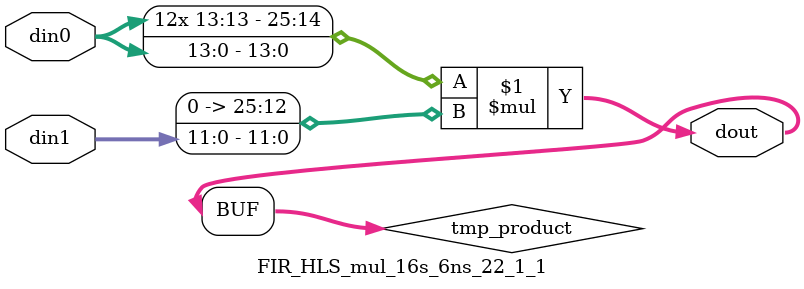
<source format=v>

`timescale 1 ns / 1 ps

 module FIR_HLS_mul_16s_6ns_22_1_1(din0, din1, dout);
parameter ID = 1;
parameter NUM_STAGE = 0;
parameter din0_WIDTH = 14;
parameter din1_WIDTH = 12;
parameter dout_WIDTH = 26;

input [din0_WIDTH - 1 : 0] din0; 
input [din1_WIDTH - 1 : 0] din1; 
output [dout_WIDTH - 1 : 0] dout;

wire signed [dout_WIDTH - 1 : 0] tmp_product;


























assign tmp_product = $signed(din0) * $signed({1'b0, din1});









assign dout = tmp_product;





















endmodule

</source>
